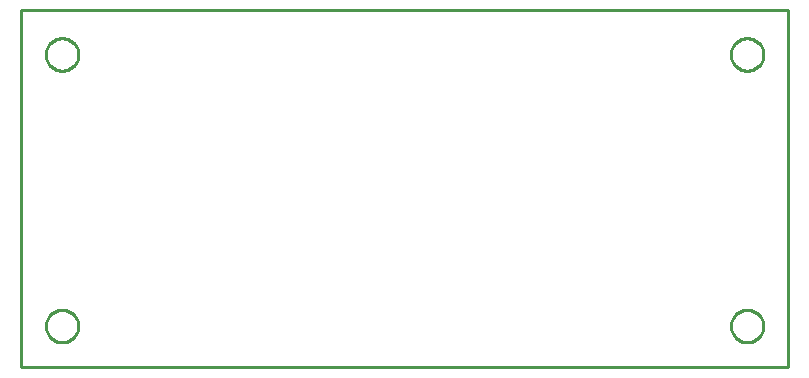
<source format=gbr>
G04 EAGLE Gerber X2 export*
%TF.Part,Single*%
%TF.FileFunction,Profile,NP*%
%TF.FilePolarity,Positive*%
%TF.GenerationSoftware,Autodesk,EAGLE,8.7.0*%
%TF.CreationDate,2018-05-30T02:05:41Z*%
G75*
%MOMM*%
%FSLAX34Y34*%
%LPD*%
%AMOC8*
5,1,8,0,0,1.08239X$1,22.5*%
G01*
%ADD10C,0.254000*%


D10*
X0Y0D02*
X650000Y0D01*
X650000Y302500D01*
X0Y302500D01*
X0Y0D01*
X48750Y34509D02*
X48680Y33529D01*
X48540Y32557D01*
X48331Y31597D01*
X48055Y30655D01*
X47711Y29735D01*
X47303Y28841D01*
X46833Y27979D01*
X46302Y27153D01*
X45713Y26367D01*
X45070Y25625D01*
X44375Y24930D01*
X43633Y24287D01*
X42847Y23698D01*
X42021Y23167D01*
X41159Y22697D01*
X40265Y22289D01*
X39345Y21945D01*
X38403Y21669D01*
X37443Y21460D01*
X36471Y21320D01*
X35491Y21250D01*
X34509Y21250D01*
X33529Y21320D01*
X32557Y21460D01*
X31597Y21669D01*
X30655Y21945D01*
X29735Y22289D01*
X28841Y22697D01*
X27979Y23167D01*
X27153Y23698D01*
X26367Y24287D01*
X25625Y24930D01*
X24930Y25625D01*
X24287Y26367D01*
X23698Y27153D01*
X23167Y27979D01*
X22697Y28841D01*
X22289Y29735D01*
X21945Y30655D01*
X21669Y31597D01*
X21460Y32557D01*
X21320Y33529D01*
X21250Y34509D01*
X21250Y35491D01*
X21320Y36471D01*
X21460Y37443D01*
X21669Y38403D01*
X21945Y39345D01*
X22289Y40265D01*
X22697Y41159D01*
X23167Y42021D01*
X23698Y42847D01*
X24287Y43633D01*
X24930Y44375D01*
X25625Y45070D01*
X26367Y45713D01*
X27153Y46302D01*
X27979Y46833D01*
X28841Y47303D01*
X29735Y47711D01*
X30655Y48055D01*
X31597Y48331D01*
X32557Y48540D01*
X33529Y48680D01*
X34509Y48750D01*
X35491Y48750D01*
X36471Y48680D01*
X37443Y48540D01*
X38403Y48331D01*
X39345Y48055D01*
X40265Y47711D01*
X41159Y47303D01*
X42021Y46833D01*
X42847Y46302D01*
X43633Y45713D01*
X44375Y45070D01*
X45070Y44375D01*
X45713Y43633D01*
X46302Y42847D01*
X46833Y42021D01*
X47303Y41159D01*
X47711Y40265D01*
X48055Y39345D01*
X48331Y38403D01*
X48540Y37443D01*
X48680Y36471D01*
X48750Y35491D01*
X48750Y34509D01*
X48750Y264509D02*
X48680Y263529D01*
X48540Y262557D01*
X48331Y261597D01*
X48055Y260655D01*
X47711Y259735D01*
X47303Y258841D01*
X46833Y257979D01*
X46302Y257153D01*
X45713Y256367D01*
X45070Y255625D01*
X44375Y254930D01*
X43633Y254287D01*
X42847Y253698D01*
X42021Y253167D01*
X41159Y252697D01*
X40265Y252289D01*
X39345Y251945D01*
X38403Y251669D01*
X37443Y251460D01*
X36471Y251320D01*
X35491Y251250D01*
X34509Y251250D01*
X33529Y251320D01*
X32557Y251460D01*
X31597Y251669D01*
X30655Y251945D01*
X29735Y252289D01*
X28841Y252697D01*
X27979Y253167D01*
X27153Y253698D01*
X26367Y254287D01*
X25625Y254930D01*
X24930Y255625D01*
X24287Y256367D01*
X23698Y257153D01*
X23167Y257979D01*
X22697Y258841D01*
X22289Y259735D01*
X21945Y260655D01*
X21669Y261597D01*
X21460Y262557D01*
X21320Y263529D01*
X21250Y264509D01*
X21250Y265491D01*
X21320Y266471D01*
X21460Y267443D01*
X21669Y268403D01*
X21945Y269345D01*
X22289Y270265D01*
X22697Y271159D01*
X23167Y272021D01*
X23698Y272847D01*
X24287Y273633D01*
X24930Y274375D01*
X25625Y275070D01*
X26367Y275713D01*
X27153Y276302D01*
X27979Y276833D01*
X28841Y277303D01*
X29735Y277711D01*
X30655Y278055D01*
X31597Y278331D01*
X32557Y278540D01*
X33529Y278680D01*
X34509Y278750D01*
X35491Y278750D01*
X36471Y278680D01*
X37443Y278540D01*
X38403Y278331D01*
X39345Y278055D01*
X40265Y277711D01*
X41159Y277303D01*
X42021Y276833D01*
X42847Y276302D01*
X43633Y275713D01*
X44375Y275070D01*
X45070Y274375D01*
X45713Y273633D01*
X46302Y272847D01*
X46833Y272021D01*
X47303Y271159D01*
X47711Y270265D01*
X48055Y269345D01*
X48331Y268403D01*
X48540Y267443D01*
X48680Y266471D01*
X48750Y265491D01*
X48750Y264509D01*
X628750Y34509D02*
X628680Y33529D01*
X628540Y32557D01*
X628331Y31597D01*
X628055Y30655D01*
X627711Y29735D01*
X627303Y28841D01*
X626833Y27979D01*
X626302Y27153D01*
X625713Y26367D01*
X625070Y25625D01*
X624375Y24930D01*
X623633Y24287D01*
X622847Y23698D01*
X622021Y23167D01*
X621159Y22697D01*
X620265Y22289D01*
X619345Y21945D01*
X618403Y21669D01*
X617443Y21460D01*
X616471Y21320D01*
X615491Y21250D01*
X614509Y21250D01*
X613529Y21320D01*
X612557Y21460D01*
X611597Y21669D01*
X610655Y21945D01*
X609735Y22289D01*
X608841Y22697D01*
X607979Y23167D01*
X607153Y23698D01*
X606367Y24287D01*
X605625Y24930D01*
X604930Y25625D01*
X604287Y26367D01*
X603698Y27153D01*
X603167Y27979D01*
X602697Y28841D01*
X602289Y29735D01*
X601945Y30655D01*
X601669Y31597D01*
X601460Y32557D01*
X601320Y33529D01*
X601250Y34509D01*
X601250Y35491D01*
X601320Y36471D01*
X601460Y37443D01*
X601669Y38403D01*
X601945Y39345D01*
X602289Y40265D01*
X602697Y41159D01*
X603167Y42021D01*
X603698Y42847D01*
X604287Y43633D01*
X604930Y44375D01*
X605625Y45070D01*
X606367Y45713D01*
X607153Y46302D01*
X607979Y46833D01*
X608841Y47303D01*
X609735Y47711D01*
X610655Y48055D01*
X611597Y48331D01*
X612557Y48540D01*
X613529Y48680D01*
X614509Y48750D01*
X615491Y48750D01*
X616471Y48680D01*
X617443Y48540D01*
X618403Y48331D01*
X619345Y48055D01*
X620265Y47711D01*
X621159Y47303D01*
X622021Y46833D01*
X622847Y46302D01*
X623633Y45713D01*
X624375Y45070D01*
X625070Y44375D01*
X625713Y43633D01*
X626302Y42847D01*
X626833Y42021D01*
X627303Y41159D01*
X627711Y40265D01*
X628055Y39345D01*
X628331Y38403D01*
X628540Y37443D01*
X628680Y36471D01*
X628750Y35491D01*
X628750Y34509D01*
X628750Y264509D02*
X628680Y263529D01*
X628540Y262557D01*
X628331Y261597D01*
X628055Y260655D01*
X627711Y259735D01*
X627303Y258841D01*
X626833Y257979D01*
X626302Y257153D01*
X625713Y256367D01*
X625070Y255625D01*
X624375Y254930D01*
X623633Y254287D01*
X622847Y253698D01*
X622021Y253167D01*
X621159Y252697D01*
X620265Y252289D01*
X619345Y251945D01*
X618403Y251669D01*
X617443Y251460D01*
X616471Y251320D01*
X615491Y251250D01*
X614509Y251250D01*
X613529Y251320D01*
X612557Y251460D01*
X611597Y251669D01*
X610655Y251945D01*
X609735Y252289D01*
X608841Y252697D01*
X607979Y253167D01*
X607153Y253698D01*
X606367Y254287D01*
X605625Y254930D01*
X604930Y255625D01*
X604287Y256367D01*
X603698Y257153D01*
X603167Y257979D01*
X602697Y258841D01*
X602289Y259735D01*
X601945Y260655D01*
X601669Y261597D01*
X601460Y262557D01*
X601320Y263529D01*
X601250Y264509D01*
X601250Y265491D01*
X601320Y266471D01*
X601460Y267443D01*
X601669Y268403D01*
X601945Y269345D01*
X602289Y270265D01*
X602697Y271159D01*
X603167Y272021D01*
X603698Y272847D01*
X604287Y273633D01*
X604930Y274375D01*
X605625Y275070D01*
X606367Y275713D01*
X607153Y276302D01*
X607979Y276833D01*
X608841Y277303D01*
X609735Y277711D01*
X610655Y278055D01*
X611597Y278331D01*
X612557Y278540D01*
X613529Y278680D01*
X614509Y278750D01*
X615491Y278750D01*
X616471Y278680D01*
X617443Y278540D01*
X618403Y278331D01*
X619345Y278055D01*
X620265Y277711D01*
X621159Y277303D01*
X622021Y276833D01*
X622847Y276302D01*
X623633Y275713D01*
X624375Y275070D01*
X625070Y274375D01*
X625713Y273633D01*
X626302Y272847D01*
X626833Y272021D01*
X627303Y271159D01*
X627711Y270265D01*
X628055Y269345D01*
X628331Y268403D01*
X628540Y267443D01*
X628680Y266471D01*
X628750Y265491D01*
X628750Y264509D01*
M02*

</source>
